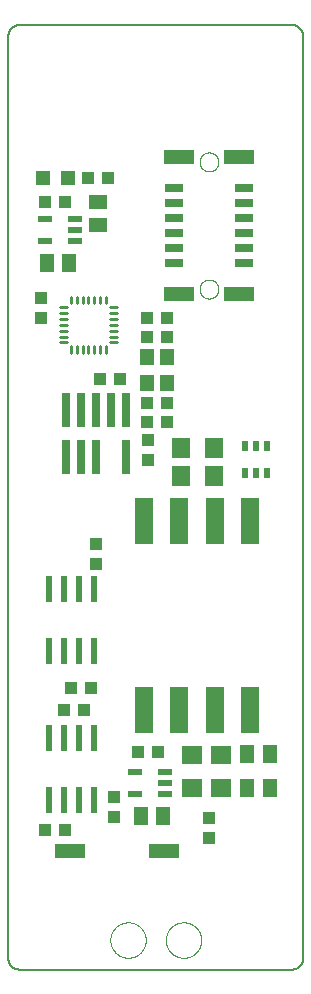
<source format=gtp>
G75*
%MOIN*%
%OFA0B0*%
%FSLAX25Y25*%
%IPPOS*%
%LPD*%
%AMOC8*
5,1,8,0,0,1.08239X$1,22.5*
%
%ADD10C,0.00500*%
%ADD11C,0.00000*%
%ADD12R,0.05906X0.03150*%
%ADD13R,0.09843X0.04724*%
%ADD14C,0.00984*%
%ADD15R,0.04331X0.03937*%
%ADD16R,0.05118X0.05906*%
%ADD17R,0.03937X0.04331*%
%ADD18R,0.04724X0.02165*%
%ADD19R,0.05906X0.05118*%
%ADD20R,0.03150X0.11811*%
%ADD21R,0.04724X0.05512*%
%ADD22R,0.05906X0.15748*%
%ADD23R,0.02362X0.08661*%
%ADD24R,0.07087X0.06299*%
%ADD25R,0.04724X0.05906*%
%ADD26R,0.06299X0.07087*%
%ADD27R,0.02362X0.03543*%
%ADD28R,0.04724X0.04724*%
%ADD29R,0.10000X0.05000*%
D10*
X0005000Y0013705D02*
X0005000Y0320791D01*
X0005002Y0320915D01*
X0005008Y0321038D01*
X0005017Y0321162D01*
X0005031Y0321284D01*
X0005048Y0321407D01*
X0005070Y0321529D01*
X0005095Y0321650D01*
X0005124Y0321770D01*
X0005156Y0321889D01*
X0005193Y0322008D01*
X0005233Y0322125D01*
X0005276Y0322240D01*
X0005324Y0322355D01*
X0005375Y0322467D01*
X0005429Y0322578D01*
X0005487Y0322688D01*
X0005548Y0322795D01*
X0005613Y0322901D01*
X0005681Y0323004D01*
X0005752Y0323105D01*
X0005826Y0323204D01*
X0005903Y0323301D01*
X0005984Y0323395D01*
X0006067Y0323486D01*
X0006153Y0323575D01*
X0006242Y0323661D01*
X0006333Y0323744D01*
X0006427Y0323825D01*
X0006524Y0323902D01*
X0006623Y0323976D01*
X0006724Y0324047D01*
X0006827Y0324115D01*
X0006933Y0324180D01*
X0007040Y0324241D01*
X0007150Y0324299D01*
X0007261Y0324353D01*
X0007373Y0324404D01*
X0007488Y0324452D01*
X0007603Y0324495D01*
X0007720Y0324535D01*
X0007839Y0324572D01*
X0007958Y0324604D01*
X0008078Y0324633D01*
X0008199Y0324658D01*
X0008321Y0324680D01*
X0008444Y0324697D01*
X0008566Y0324711D01*
X0008690Y0324720D01*
X0008813Y0324726D01*
X0008937Y0324728D01*
X0099488Y0324728D01*
X0099612Y0324726D01*
X0099735Y0324720D01*
X0099859Y0324711D01*
X0099981Y0324697D01*
X0100104Y0324680D01*
X0100226Y0324658D01*
X0100347Y0324633D01*
X0100467Y0324604D01*
X0100586Y0324572D01*
X0100705Y0324535D01*
X0100822Y0324495D01*
X0100937Y0324452D01*
X0101052Y0324404D01*
X0101164Y0324353D01*
X0101275Y0324299D01*
X0101385Y0324241D01*
X0101492Y0324180D01*
X0101598Y0324115D01*
X0101701Y0324047D01*
X0101802Y0323976D01*
X0101901Y0323902D01*
X0101998Y0323825D01*
X0102092Y0323744D01*
X0102183Y0323661D01*
X0102272Y0323575D01*
X0102358Y0323486D01*
X0102441Y0323395D01*
X0102522Y0323301D01*
X0102599Y0323204D01*
X0102673Y0323105D01*
X0102744Y0323004D01*
X0102812Y0322901D01*
X0102877Y0322795D01*
X0102938Y0322688D01*
X0102996Y0322578D01*
X0103050Y0322467D01*
X0103101Y0322355D01*
X0103149Y0322240D01*
X0103192Y0322125D01*
X0103232Y0322008D01*
X0103269Y0321889D01*
X0103301Y0321770D01*
X0103330Y0321650D01*
X0103355Y0321529D01*
X0103377Y0321407D01*
X0103394Y0321284D01*
X0103408Y0321162D01*
X0103417Y0321038D01*
X0103423Y0320915D01*
X0103425Y0320791D01*
X0103425Y0013705D01*
X0103423Y0013581D01*
X0103417Y0013458D01*
X0103408Y0013334D01*
X0103394Y0013212D01*
X0103377Y0013089D01*
X0103355Y0012967D01*
X0103330Y0012846D01*
X0103301Y0012726D01*
X0103269Y0012607D01*
X0103232Y0012488D01*
X0103192Y0012371D01*
X0103149Y0012256D01*
X0103101Y0012141D01*
X0103050Y0012029D01*
X0102996Y0011918D01*
X0102938Y0011808D01*
X0102877Y0011701D01*
X0102812Y0011595D01*
X0102744Y0011492D01*
X0102673Y0011391D01*
X0102599Y0011292D01*
X0102522Y0011195D01*
X0102441Y0011101D01*
X0102358Y0011010D01*
X0102272Y0010921D01*
X0102183Y0010835D01*
X0102092Y0010752D01*
X0101998Y0010671D01*
X0101901Y0010594D01*
X0101802Y0010520D01*
X0101701Y0010449D01*
X0101598Y0010381D01*
X0101492Y0010316D01*
X0101385Y0010255D01*
X0101275Y0010197D01*
X0101164Y0010143D01*
X0101052Y0010092D01*
X0100937Y0010044D01*
X0100822Y0010001D01*
X0100705Y0009961D01*
X0100586Y0009924D01*
X0100467Y0009892D01*
X0100347Y0009863D01*
X0100226Y0009838D01*
X0100104Y0009816D01*
X0099981Y0009799D01*
X0099859Y0009785D01*
X0099735Y0009776D01*
X0099612Y0009770D01*
X0099488Y0009768D01*
X0008937Y0009768D01*
X0008813Y0009770D01*
X0008690Y0009776D01*
X0008566Y0009785D01*
X0008444Y0009799D01*
X0008321Y0009816D01*
X0008199Y0009838D01*
X0008078Y0009863D01*
X0007958Y0009892D01*
X0007839Y0009924D01*
X0007720Y0009961D01*
X0007603Y0010001D01*
X0007488Y0010044D01*
X0007373Y0010092D01*
X0007261Y0010143D01*
X0007150Y0010197D01*
X0007040Y0010255D01*
X0006933Y0010316D01*
X0006827Y0010381D01*
X0006724Y0010449D01*
X0006623Y0010520D01*
X0006524Y0010594D01*
X0006427Y0010671D01*
X0006333Y0010752D01*
X0006242Y0010835D01*
X0006153Y0010921D01*
X0006067Y0011010D01*
X0005984Y0011101D01*
X0005903Y0011195D01*
X0005826Y0011292D01*
X0005752Y0011391D01*
X0005681Y0011492D01*
X0005613Y0011595D01*
X0005548Y0011701D01*
X0005487Y0011808D01*
X0005429Y0011918D01*
X0005375Y0012029D01*
X0005324Y0012141D01*
X0005276Y0012256D01*
X0005233Y0012371D01*
X0005193Y0012488D01*
X0005156Y0012607D01*
X0005124Y0012726D01*
X0005095Y0012846D01*
X0005070Y0012967D01*
X0005048Y0013089D01*
X0005031Y0013212D01*
X0005017Y0013334D01*
X0005008Y0013458D01*
X0005002Y0013581D01*
X0005000Y0013705D01*
D11*
X0039055Y0019610D02*
X0039057Y0019763D01*
X0039063Y0019917D01*
X0039073Y0020070D01*
X0039087Y0020222D01*
X0039105Y0020375D01*
X0039127Y0020526D01*
X0039152Y0020677D01*
X0039182Y0020828D01*
X0039216Y0020978D01*
X0039253Y0021126D01*
X0039294Y0021274D01*
X0039339Y0021420D01*
X0039388Y0021566D01*
X0039441Y0021710D01*
X0039497Y0021852D01*
X0039557Y0021993D01*
X0039621Y0022133D01*
X0039688Y0022271D01*
X0039759Y0022407D01*
X0039834Y0022541D01*
X0039911Y0022673D01*
X0039993Y0022803D01*
X0040077Y0022931D01*
X0040165Y0023057D01*
X0040256Y0023180D01*
X0040350Y0023301D01*
X0040448Y0023419D01*
X0040548Y0023535D01*
X0040652Y0023648D01*
X0040758Y0023759D01*
X0040867Y0023867D01*
X0040979Y0023972D01*
X0041093Y0024073D01*
X0041211Y0024172D01*
X0041330Y0024268D01*
X0041452Y0024361D01*
X0041577Y0024450D01*
X0041704Y0024537D01*
X0041833Y0024619D01*
X0041964Y0024699D01*
X0042097Y0024775D01*
X0042232Y0024848D01*
X0042369Y0024917D01*
X0042508Y0024982D01*
X0042648Y0025044D01*
X0042790Y0025102D01*
X0042933Y0025157D01*
X0043078Y0025208D01*
X0043224Y0025255D01*
X0043371Y0025298D01*
X0043519Y0025337D01*
X0043668Y0025373D01*
X0043818Y0025404D01*
X0043969Y0025432D01*
X0044120Y0025456D01*
X0044273Y0025476D01*
X0044425Y0025492D01*
X0044578Y0025504D01*
X0044731Y0025512D01*
X0044884Y0025516D01*
X0045038Y0025516D01*
X0045191Y0025512D01*
X0045344Y0025504D01*
X0045497Y0025492D01*
X0045649Y0025476D01*
X0045802Y0025456D01*
X0045953Y0025432D01*
X0046104Y0025404D01*
X0046254Y0025373D01*
X0046403Y0025337D01*
X0046551Y0025298D01*
X0046698Y0025255D01*
X0046844Y0025208D01*
X0046989Y0025157D01*
X0047132Y0025102D01*
X0047274Y0025044D01*
X0047414Y0024982D01*
X0047553Y0024917D01*
X0047690Y0024848D01*
X0047825Y0024775D01*
X0047958Y0024699D01*
X0048089Y0024619D01*
X0048218Y0024537D01*
X0048345Y0024450D01*
X0048470Y0024361D01*
X0048592Y0024268D01*
X0048711Y0024172D01*
X0048829Y0024073D01*
X0048943Y0023972D01*
X0049055Y0023867D01*
X0049164Y0023759D01*
X0049270Y0023648D01*
X0049374Y0023535D01*
X0049474Y0023419D01*
X0049572Y0023301D01*
X0049666Y0023180D01*
X0049757Y0023057D01*
X0049845Y0022931D01*
X0049929Y0022803D01*
X0050011Y0022673D01*
X0050088Y0022541D01*
X0050163Y0022407D01*
X0050234Y0022271D01*
X0050301Y0022133D01*
X0050365Y0021993D01*
X0050425Y0021852D01*
X0050481Y0021710D01*
X0050534Y0021566D01*
X0050583Y0021420D01*
X0050628Y0021274D01*
X0050669Y0021126D01*
X0050706Y0020978D01*
X0050740Y0020828D01*
X0050770Y0020677D01*
X0050795Y0020526D01*
X0050817Y0020375D01*
X0050835Y0020222D01*
X0050849Y0020070D01*
X0050859Y0019917D01*
X0050865Y0019763D01*
X0050867Y0019610D01*
X0050865Y0019457D01*
X0050859Y0019303D01*
X0050849Y0019150D01*
X0050835Y0018998D01*
X0050817Y0018845D01*
X0050795Y0018694D01*
X0050770Y0018543D01*
X0050740Y0018392D01*
X0050706Y0018242D01*
X0050669Y0018094D01*
X0050628Y0017946D01*
X0050583Y0017800D01*
X0050534Y0017654D01*
X0050481Y0017510D01*
X0050425Y0017368D01*
X0050365Y0017227D01*
X0050301Y0017087D01*
X0050234Y0016949D01*
X0050163Y0016813D01*
X0050088Y0016679D01*
X0050011Y0016547D01*
X0049929Y0016417D01*
X0049845Y0016289D01*
X0049757Y0016163D01*
X0049666Y0016040D01*
X0049572Y0015919D01*
X0049474Y0015801D01*
X0049374Y0015685D01*
X0049270Y0015572D01*
X0049164Y0015461D01*
X0049055Y0015353D01*
X0048943Y0015248D01*
X0048829Y0015147D01*
X0048711Y0015048D01*
X0048592Y0014952D01*
X0048470Y0014859D01*
X0048345Y0014770D01*
X0048218Y0014683D01*
X0048089Y0014601D01*
X0047958Y0014521D01*
X0047825Y0014445D01*
X0047690Y0014372D01*
X0047553Y0014303D01*
X0047414Y0014238D01*
X0047274Y0014176D01*
X0047132Y0014118D01*
X0046989Y0014063D01*
X0046844Y0014012D01*
X0046698Y0013965D01*
X0046551Y0013922D01*
X0046403Y0013883D01*
X0046254Y0013847D01*
X0046104Y0013816D01*
X0045953Y0013788D01*
X0045802Y0013764D01*
X0045649Y0013744D01*
X0045497Y0013728D01*
X0045344Y0013716D01*
X0045191Y0013708D01*
X0045038Y0013704D01*
X0044884Y0013704D01*
X0044731Y0013708D01*
X0044578Y0013716D01*
X0044425Y0013728D01*
X0044273Y0013744D01*
X0044120Y0013764D01*
X0043969Y0013788D01*
X0043818Y0013816D01*
X0043668Y0013847D01*
X0043519Y0013883D01*
X0043371Y0013922D01*
X0043224Y0013965D01*
X0043078Y0014012D01*
X0042933Y0014063D01*
X0042790Y0014118D01*
X0042648Y0014176D01*
X0042508Y0014238D01*
X0042369Y0014303D01*
X0042232Y0014372D01*
X0042097Y0014445D01*
X0041964Y0014521D01*
X0041833Y0014601D01*
X0041704Y0014683D01*
X0041577Y0014770D01*
X0041452Y0014859D01*
X0041330Y0014952D01*
X0041211Y0015048D01*
X0041093Y0015147D01*
X0040979Y0015248D01*
X0040867Y0015353D01*
X0040758Y0015461D01*
X0040652Y0015572D01*
X0040548Y0015685D01*
X0040448Y0015801D01*
X0040350Y0015919D01*
X0040256Y0016040D01*
X0040165Y0016163D01*
X0040077Y0016289D01*
X0039993Y0016417D01*
X0039911Y0016547D01*
X0039834Y0016679D01*
X0039759Y0016813D01*
X0039688Y0016949D01*
X0039621Y0017087D01*
X0039557Y0017227D01*
X0039497Y0017368D01*
X0039441Y0017510D01*
X0039388Y0017654D01*
X0039339Y0017800D01*
X0039294Y0017946D01*
X0039253Y0018094D01*
X0039216Y0018242D01*
X0039182Y0018392D01*
X0039152Y0018543D01*
X0039127Y0018694D01*
X0039105Y0018845D01*
X0039087Y0018998D01*
X0039073Y0019150D01*
X0039063Y0019303D01*
X0039057Y0019457D01*
X0039055Y0019610D01*
X0057559Y0019610D02*
X0057561Y0019763D01*
X0057567Y0019917D01*
X0057577Y0020070D01*
X0057591Y0020222D01*
X0057609Y0020375D01*
X0057631Y0020526D01*
X0057656Y0020677D01*
X0057686Y0020828D01*
X0057720Y0020978D01*
X0057757Y0021126D01*
X0057798Y0021274D01*
X0057843Y0021420D01*
X0057892Y0021566D01*
X0057945Y0021710D01*
X0058001Y0021852D01*
X0058061Y0021993D01*
X0058125Y0022133D01*
X0058192Y0022271D01*
X0058263Y0022407D01*
X0058338Y0022541D01*
X0058415Y0022673D01*
X0058497Y0022803D01*
X0058581Y0022931D01*
X0058669Y0023057D01*
X0058760Y0023180D01*
X0058854Y0023301D01*
X0058952Y0023419D01*
X0059052Y0023535D01*
X0059156Y0023648D01*
X0059262Y0023759D01*
X0059371Y0023867D01*
X0059483Y0023972D01*
X0059597Y0024073D01*
X0059715Y0024172D01*
X0059834Y0024268D01*
X0059956Y0024361D01*
X0060081Y0024450D01*
X0060208Y0024537D01*
X0060337Y0024619D01*
X0060468Y0024699D01*
X0060601Y0024775D01*
X0060736Y0024848D01*
X0060873Y0024917D01*
X0061012Y0024982D01*
X0061152Y0025044D01*
X0061294Y0025102D01*
X0061437Y0025157D01*
X0061582Y0025208D01*
X0061728Y0025255D01*
X0061875Y0025298D01*
X0062023Y0025337D01*
X0062172Y0025373D01*
X0062322Y0025404D01*
X0062473Y0025432D01*
X0062624Y0025456D01*
X0062777Y0025476D01*
X0062929Y0025492D01*
X0063082Y0025504D01*
X0063235Y0025512D01*
X0063388Y0025516D01*
X0063542Y0025516D01*
X0063695Y0025512D01*
X0063848Y0025504D01*
X0064001Y0025492D01*
X0064153Y0025476D01*
X0064306Y0025456D01*
X0064457Y0025432D01*
X0064608Y0025404D01*
X0064758Y0025373D01*
X0064907Y0025337D01*
X0065055Y0025298D01*
X0065202Y0025255D01*
X0065348Y0025208D01*
X0065493Y0025157D01*
X0065636Y0025102D01*
X0065778Y0025044D01*
X0065918Y0024982D01*
X0066057Y0024917D01*
X0066194Y0024848D01*
X0066329Y0024775D01*
X0066462Y0024699D01*
X0066593Y0024619D01*
X0066722Y0024537D01*
X0066849Y0024450D01*
X0066974Y0024361D01*
X0067096Y0024268D01*
X0067215Y0024172D01*
X0067333Y0024073D01*
X0067447Y0023972D01*
X0067559Y0023867D01*
X0067668Y0023759D01*
X0067774Y0023648D01*
X0067878Y0023535D01*
X0067978Y0023419D01*
X0068076Y0023301D01*
X0068170Y0023180D01*
X0068261Y0023057D01*
X0068349Y0022931D01*
X0068433Y0022803D01*
X0068515Y0022673D01*
X0068592Y0022541D01*
X0068667Y0022407D01*
X0068738Y0022271D01*
X0068805Y0022133D01*
X0068869Y0021993D01*
X0068929Y0021852D01*
X0068985Y0021710D01*
X0069038Y0021566D01*
X0069087Y0021420D01*
X0069132Y0021274D01*
X0069173Y0021126D01*
X0069210Y0020978D01*
X0069244Y0020828D01*
X0069274Y0020677D01*
X0069299Y0020526D01*
X0069321Y0020375D01*
X0069339Y0020222D01*
X0069353Y0020070D01*
X0069363Y0019917D01*
X0069369Y0019763D01*
X0069371Y0019610D01*
X0069369Y0019457D01*
X0069363Y0019303D01*
X0069353Y0019150D01*
X0069339Y0018998D01*
X0069321Y0018845D01*
X0069299Y0018694D01*
X0069274Y0018543D01*
X0069244Y0018392D01*
X0069210Y0018242D01*
X0069173Y0018094D01*
X0069132Y0017946D01*
X0069087Y0017800D01*
X0069038Y0017654D01*
X0068985Y0017510D01*
X0068929Y0017368D01*
X0068869Y0017227D01*
X0068805Y0017087D01*
X0068738Y0016949D01*
X0068667Y0016813D01*
X0068592Y0016679D01*
X0068515Y0016547D01*
X0068433Y0016417D01*
X0068349Y0016289D01*
X0068261Y0016163D01*
X0068170Y0016040D01*
X0068076Y0015919D01*
X0067978Y0015801D01*
X0067878Y0015685D01*
X0067774Y0015572D01*
X0067668Y0015461D01*
X0067559Y0015353D01*
X0067447Y0015248D01*
X0067333Y0015147D01*
X0067215Y0015048D01*
X0067096Y0014952D01*
X0066974Y0014859D01*
X0066849Y0014770D01*
X0066722Y0014683D01*
X0066593Y0014601D01*
X0066462Y0014521D01*
X0066329Y0014445D01*
X0066194Y0014372D01*
X0066057Y0014303D01*
X0065918Y0014238D01*
X0065778Y0014176D01*
X0065636Y0014118D01*
X0065493Y0014063D01*
X0065348Y0014012D01*
X0065202Y0013965D01*
X0065055Y0013922D01*
X0064907Y0013883D01*
X0064758Y0013847D01*
X0064608Y0013816D01*
X0064457Y0013788D01*
X0064306Y0013764D01*
X0064153Y0013744D01*
X0064001Y0013728D01*
X0063848Y0013716D01*
X0063695Y0013708D01*
X0063542Y0013704D01*
X0063388Y0013704D01*
X0063235Y0013708D01*
X0063082Y0013716D01*
X0062929Y0013728D01*
X0062777Y0013744D01*
X0062624Y0013764D01*
X0062473Y0013788D01*
X0062322Y0013816D01*
X0062172Y0013847D01*
X0062023Y0013883D01*
X0061875Y0013922D01*
X0061728Y0013965D01*
X0061582Y0014012D01*
X0061437Y0014063D01*
X0061294Y0014118D01*
X0061152Y0014176D01*
X0061012Y0014238D01*
X0060873Y0014303D01*
X0060736Y0014372D01*
X0060601Y0014445D01*
X0060468Y0014521D01*
X0060337Y0014601D01*
X0060208Y0014683D01*
X0060081Y0014770D01*
X0059956Y0014859D01*
X0059834Y0014952D01*
X0059715Y0015048D01*
X0059597Y0015147D01*
X0059483Y0015248D01*
X0059371Y0015353D01*
X0059262Y0015461D01*
X0059156Y0015572D01*
X0059052Y0015685D01*
X0058952Y0015801D01*
X0058854Y0015919D01*
X0058760Y0016040D01*
X0058669Y0016163D01*
X0058581Y0016289D01*
X0058497Y0016417D01*
X0058415Y0016547D01*
X0058338Y0016679D01*
X0058263Y0016813D01*
X0058192Y0016949D01*
X0058125Y0017087D01*
X0058061Y0017227D01*
X0058001Y0017368D01*
X0057945Y0017510D01*
X0057892Y0017654D01*
X0057843Y0017800D01*
X0057798Y0017946D01*
X0057757Y0018094D01*
X0057720Y0018242D01*
X0057686Y0018392D01*
X0057656Y0018543D01*
X0057631Y0018694D01*
X0057609Y0018845D01*
X0057591Y0018998D01*
X0057577Y0019150D01*
X0057567Y0019303D01*
X0057561Y0019457D01*
X0057559Y0019610D01*
X0068779Y0236598D02*
X0068781Y0236710D01*
X0068787Y0236821D01*
X0068797Y0236933D01*
X0068811Y0237044D01*
X0068828Y0237154D01*
X0068850Y0237264D01*
X0068876Y0237373D01*
X0068905Y0237481D01*
X0068938Y0237587D01*
X0068975Y0237693D01*
X0069016Y0237797D01*
X0069061Y0237900D01*
X0069109Y0238001D01*
X0069160Y0238100D01*
X0069215Y0238197D01*
X0069274Y0238292D01*
X0069335Y0238386D01*
X0069400Y0238477D01*
X0069469Y0238565D01*
X0069540Y0238651D01*
X0069614Y0238735D01*
X0069692Y0238815D01*
X0069772Y0238893D01*
X0069855Y0238969D01*
X0069940Y0239041D01*
X0070028Y0239110D01*
X0070118Y0239176D01*
X0070211Y0239238D01*
X0070306Y0239298D01*
X0070403Y0239354D01*
X0070501Y0239406D01*
X0070602Y0239455D01*
X0070704Y0239500D01*
X0070808Y0239542D01*
X0070913Y0239580D01*
X0071020Y0239614D01*
X0071127Y0239644D01*
X0071236Y0239671D01*
X0071345Y0239693D01*
X0071456Y0239712D01*
X0071566Y0239727D01*
X0071678Y0239738D01*
X0071789Y0239745D01*
X0071901Y0239748D01*
X0072013Y0239747D01*
X0072125Y0239742D01*
X0072236Y0239733D01*
X0072347Y0239720D01*
X0072458Y0239703D01*
X0072568Y0239683D01*
X0072677Y0239658D01*
X0072785Y0239630D01*
X0072892Y0239597D01*
X0072998Y0239561D01*
X0073102Y0239521D01*
X0073205Y0239478D01*
X0073307Y0239431D01*
X0073406Y0239380D01*
X0073504Y0239326D01*
X0073600Y0239268D01*
X0073694Y0239207D01*
X0073785Y0239143D01*
X0073874Y0239076D01*
X0073961Y0239005D01*
X0074045Y0238931D01*
X0074127Y0238855D01*
X0074205Y0238775D01*
X0074281Y0238693D01*
X0074354Y0238608D01*
X0074424Y0238521D01*
X0074490Y0238431D01*
X0074554Y0238339D01*
X0074614Y0238245D01*
X0074671Y0238149D01*
X0074724Y0238050D01*
X0074774Y0237950D01*
X0074820Y0237849D01*
X0074863Y0237745D01*
X0074902Y0237640D01*
X0074937Y0237534D01*
X0074968Y0237427D01*
X0074996Y0237318D01*
X0075019Y0237209D01*
X0075039Y0237099D01*
X0075055Y0236988D01*
X0075067Y0236877D01*
X0075075Y0236766D01*
X0075079Y0236654D01*
X0075079Y0236542D01*
X0075075Y0236430D01*
X0075067Y0236319D01*
X0075055Y0236208D01*
X0075039Y0236097D01*
X0075019Y0235987D01*
X0074996Y0235878D01*
X0074968Y0235769D01*
X0074937Y0235662D01*
X0074902Y0235556D01*
X0074863Y0235451D01*
X0074820Y0235347D01*
X0074774Y0235246D01*
X0074724Y0235146D01*
X0074671Y0235047D01*
X0074614Y0234951D01*
X0074554Y0234857D01*
X0074490Y0234765D01*
X0074424Y0234675D01*
X0074354Y0234588D01*
X0074281Y0234503D01*
X0074205Y0234421D01*
X0074127Y0234341D01*
X0074045Y0234265D01*
X0073961Y0234191D01*
X0073874Y0234120D01*
X0073785Y0234053D01*
X0073694Y0233989D01*
X0073600Y0233928D01*
X0073504Y0233870D01*
X0073406Y0233816D01*
X0073307Y0233765D01*
X0073205Y0233718D01*
X0073102Y0233675D01*
X0072998Y0233635D01*
X0072892Y0233599D01*
X0072785Y0233566D01*
X0072677Y0233538D01*
X0072568Y0233513D01*
X0072458Y0233493D01*
X0072347Y0233476D01*
X0072236Y0233463D01*
X0072125Y0233454D01*
X0072013Y0233449D01*
X0071901Y0233448D01*
X0071789Y0233451D01*
X0071678Y0233458D01*
X0071566Y0233469D01*
X0071456Y0233484D01*
X0071345Y0233503D01*
X0071236Y0233525D01*
X0071127Y0233552D01*
X0071020Y0233582D01*
X0070913Y0233616D01*
X0070808Y0233654D01*
X0070704Y0233696D01*
X0070602Y0233741D01*
X0070501Y0233790D01*
X0070403Y0233842D01*
X0070306Y0233898D01*
X0070211Y0233958D01*
X0070118Y0234020D01*
X0070028Y0234086D01*
X0069940Y0234155D01*
X0069855Y0234227D01*
X0069772Y0234303D01*
X0069692Y0234381D01*
X0069614Y0234461D01*
X0069540Y0234545D01*
X0069469Y0234631D01*
X0069400Y0234719D01*
X0069335Y0234810D01*
X0069274Y0234904D01*
X0069215Y0234999D01*
X0069160Y0235096D01*
X0069109Y0235195D01*
X0069061Y0235296D01*
X0069016Y0235399D01*
X0068975Y0235503D01*
X0068938Y0235609D01*
X0068905Y0235715D01*
X0068876Y0235823D01*
X0068850Y0235932D01*
X0068828Y0236042D01*
X0068811Y0236152D01*
X0068797Y0236263D01*
X0068787Y0236375D01*
X0068781Y0236486D01*
X0068779Y0236598D01*
X0068781Y0236710D01*
X0068787Y0236821D01*
X0068797Y0236933D01*
X0068811Y0237044D01*
X0068828Y0237154D01*
X0068850Y0237264D01*
X0068876Y0237373D01*
X0068905Y0237481D01*
X0068938Y0237587D01*
X0068975Y0237693D01*
X0069016Y0237797D01*
X0069061Y0237900D01*
X0069109Y0238001D01*
X0069160Y0238100D01*
X0069215Y0238197D01*
X0069274Y0238292D01*
X0069335Y0238386D01*
X0069400Y0238477D01*
X0069469Y0238565D01*
X0069540Y0238651D01*
X0069614Y0238735D01*
X0069692Y0238815D01*
X0069772Y0238893D01*
X0069855Y0238969D01*
X0069940Y0239041D01*
X0070028Y0239110D01*
X0070118Y0239176D01*
X0070211Y0239238D01*
X0070306Y0239298D01*
X0070403Y0239354D01*
X0070501Y0239406D01*
X0070602Y0239455D01*
X0070704Y0239500D01*
X0070808Y0239542D01*
X0070913Y0239580D01*
X0071020Y0239614D01*
X0071127Y0239644D01*
X0071236Y0239671D01*
X0071345Y0239693D01*
X0071456Y0239712D01*
X0071566Y0239727D01*
X0071678Y0239738D01*
X0071789Y0239745D01*
X0071901Y0239748D01*
X0072013Y0239747D01*
X0072125Y0239742D01*
X0072236Y0239733D01*
X0072347Y0239720D01*
X0072458Y0239703D01*
X0072568Y0239683D01*
X0072677Y0239658D01*
X0072785Y0239630D01*
X0072892Y0239597D01*
X0072998Y0239561D01*
X0073102Y0239521D01*
X0073205Y0239478D01*
X0073307Y0239431D01*
X0073406Y0239380D01*
X0073504Y0239326D01*
X0073600Y0239268D01*
X0073694Y0239207D01*
X0073785Y0239143D01*
X0073874Y0239076D01*
X0073961Y0239005D01*
X0074045Y0238931D01*
X0074127Y0238855D01*
X0074205Y0238775D01*
X0074281Y0238693D01*
X0074354Y0238608D01*
X0074424Y0238521D01*
X0074490Y0238431D01*
X0074554Y0238339D01*
X0074614Y0238245D01*
X0074671Y0238149D01*
X0074724Y0238050D01*
X0074774Y0237950D01*
X0074820Y0237849D01*
X0074863Y0237745D01*
X0074902Y0237640D01*
X0074937Y0237534D01*
X0074968Y0237427D01*
X0074996Y0237318D01*
X0075019Y0237209D01*
X0075039Y0237099D01*
X0075055Y0236988D01*
X0075067Y0236877D01*
X0075075Y0236766D01*
X0075079Y0236654D01*
X0075079Y0236542D01*
X0075075Y0236430D01*
X0075067Y0236319D01*
X0075055Y0236208D01*
X0075039Y0236097D01*
X0075019Y0235987D01*
X0074996Y0235878D01*
X0074968Y0235769D01*
X0074937Y0235662D01*
X0074902Y0235556D01*
X0074863Y0235451D01*
X0074820Y0235347D01*
X0074774Y0235246D01*
X0074724Y0235146D01*
X0074671Y0235047D01*
X0074614Y0234951D01*
X0074554Y0234857D01*
X0074490Y0234765D01*
X0074424Y0234675D01*
X0074354Y0234588D01*
X0074281Y0234503D01*
X0074205Y0234421D01*
X0074127Y0234341D01*
X0074045Y0234265D01*
X0073961Y0234191D01*
X0073874Y0234120D01*
X0073785Y0234053D01*
X0073694Y0233989D01*
X0073600Y0233928D01*
X0073504Y0233870D01*
X0073406Y0233816D01*
X0073307Y0233765D01*
X0073205Y0233718D01*
X0073102Y0233675D01*
X0072998Y0233635D01*
X0072892Y0233599D01*
X0072785Y0233566D01*
X0072677Y0233538D01*
X0072568Y0233513D01*
X0072458Y0233493D01*
X0072347Y0233476D01*
X0072236Y0233463D01*
X0072125Y0233454D01*
X0072013Y0233449D01*
X0071901Y0233448D01*
X0071789Y0233451D01*
X0071678Y0233458D01*
X0071566Y0233469D01*
X0071456Y0233484D01*
X0071345Y0233503D01*
X0071236Y0233525D01*
X0071127Y0233552D01*
X0071020Y0233582D01*
X0070913Y0233616D01*
X0070808Y0233654D01*
X0070704Y0233696D01*
X0070602Y0233741D01*
X0070501Y0233790D01*
X0070403Y0233842D01*
X0070306Y0233898D01*
X0070211Y0233958D01*
X0070118Y0234020D01*
X0070028Y0234086D01*
X0069940Y0234155D01*
X0069855Y0234227D01*
X0069772Y0234303D01*
X0069692Y0234381D01*
X0069614Y0234461D01*
X0069540Y0234545D01*
X0069469Y0234631D01*
X0069400Y0234719D01*
X0069335Y0234810D01*
X0069274Y0234904D01*
X0069215Y0234999D01*
X0069160Y0235096D01*
X0069109Y0235195D01*
X0069061Y0235296D01*
X0069016Y0235399D01*
X0068975Y0235503D01*
X0068938Y0235609D01*
X0068905Y0235715D01*
X0068876Y0235823D01*
X0068850Y0235932D01*
X0068828Y0236042D01*
X0068811Y0236152D01*
X0068797Y0236263D01*
X0068787Y0236375D01*
X0068781Y0236486D01*
X0068779Y0236598D01*
X0068779Y0279000D02*
X0068781Y0279112D01*
X0068787Y0279223D01*
X0068797Y0279335D01*
X0068811Y0279446D01*
X0068828Y0279556D01*
X0068850Y0279666D01*
X0068876Y0279775D01*
X0068905Y0279883D01*
X0068938Y0279989D01*
X0068975Y0280095D01*
X0069016Y0280199D01*
X0069061Y0280302D01*
X0069109Y0280403D01*
X0069160Y0280502D01*
X0069215Y0280599D01*
X0069274Y0280694D01*
X0069335Y0280788D01*
X0069400Y0280879D01*
X0069469Y0280967D01*
X0069540Y0281053D01*
X0069614Y0281137D01*
X0069692Y0281217D01*
X0069772Y0281295D01*
X0069855Y0281371D01*
X0069940Y0281443D01*
X0070028Y0281512D01*
X0070118Y0281578D01*
X0070211Y0281640D01*
X0070306Y0281700D01*
X0070403Y0281756D01*
X0070501Y0281808D01*
X0070602Y0281857D01*
X0070704Y0281902D01*
X0070808Y0281944D01*
X0070913Y0281982D01*
X0071020Y0282016D01*
X0071127Y0282046D01*
X0071236Y0282073D01*
X0071345Y0282095D01*
X0071456Y0282114D01*
X0071566Y0282129D01*
X0071678Y0282140D01*
X0071789Y0282147D01*
X0071901Y0282150D01*
X0072013Y0282149D01*
X0072125Y0282144D01*
X0072236Y0282135D01*
X0072347Y0282122D01*
X0072458Y0282105D01*
X0072568Y0282085D01*
X0072677Y0282060D01*
X0072785Y0282032D01*
X0072892Y0281999D01*
X0072998Y0281963D01*
X0073102Y0281923D01*
X0073205Y0281880D01*
X0073307Y0281833D01*
X0073406Y0281782D01*
X0073504Y0281728D01*
X0073600Y0281670D01*
X0073694Y0281609D01*
X0073785Y0281545D01*
X0073874Y0281478D01*
X0073961Y0281407D01*
X0074045Y0281333D01*
X0074127Y0281257D01*
X0074205Y0281177D01*
X0074281Y0281095D01*
X0074354Y0281010D01*
X0074424Y0280923D01*
X0074490Y0280833D01*
X0074554Y0280741D01*
X0074614Y0280647D01*
X0074671Y0280551D01*
X0074724Y0280452D01*
X0074774Y0280352D01*
X0074820Y0280251D01*
X0074863Y0280147D01*
X0074902Y0280042D01*
X0074937Y0279936D01*
X0074968Y0279829D01*
X0074996Y0279720D01*
X0075019Y0279611D01*
X0075039Y0279501D01*
X0075055Y0279390D01*
X0075067Y0279279D01*
X0075075Y0279168D01*
X0075079Y0279056D01*
X0075079Y0278944D01*
X0075075Y0278832D01*
X0075067Y0278721D01*
X0075055Y0278610D01*
X0075039Y0278499D01*
X0075019Y0278389D01*
X0074996Y0278280D01*
X0074968Y0278171D01*
X0074937Y0278064D01*
X0074902Y0277958D01*
X0074863Y0277853D01*
X0074820Y0277749D01*
X0074774Y0277648D01*
X0074724Y0277548D01*
X0074671Y0277449D01*
X0074614Y0277353D01*
X0074554Y0277259D01*
X0074490Y0277167D01*
X0074424Y0277077D01*
X0074354Y0276990D01*
X0074281Y0276905D01*
X0074205Y0276823D01*
X0074127Y0276743D01*
X0074045Y0276667D01*
X0073961Y0276593D01*
X0073874Y0276522D01*
X0073785Y0276455D01*
X0073694Y0276391D01*
X0073600Y0276330D01*
X0073504Y0276272D01*
X0073406Y0276218D01*
X0073307Y0276167D01*
X0073205Y0276120D01*
X0073102Y0276077D01*
X0072998Y0276037D01*
X0072892Y0276001D01*
X0072785Y0275968D01*
X0072677Y0275940D01*
X0072568Y0275915D01*
X0072458Y0275895D01*
X0072347Y0275878D01*
X0072236Y0275865D01*
X0072125Y0275856D01*
X0072013Y0275851D01*
X0071901Y0275850D01*
X0071789Y0275853D01*
X0071678Y0275860D01*
X0071566Y0275871D01*
X0071456Y0275886D01*
X0071345Y0275905D01*
X0071236Y0275927D01*
X0071127Y0275954D01*
X0071020Y0275984D01*
X0070913Y0276018D01*
X0070808Y0276056D01*
X0070704Y0276098D01*
X0070602Y0276143D01*
X0070501Y0276192D01*
X0070403Y0276244D01*
X0070306Y0276300D01*
X0070211Y0276360D01*
X0070118Y0276422D01*
X0070028Y0276488D01*
X0069940Y0276557D01*
X0069855Y0276629D01*
X0069772Y0276705D01*
X0069692Y0276783D01*
X0069614Y0276863D01*
X0069540Y0276947D01*
X0069469Y0277033D01*
X0069400Y0277121D01*
X0069335Y0277212D01*
X0069274Y0277306D01*
X0069215Y0277401D01*
X0069160Y0277498D01*
X0069109Y0277597D01*
X0069061Y0277698D01*
X0069016Y0277801D01*
X0068975Y0277905D01*
X0068938Y0278011D01*
X0068905Y0278117D01*
X0068876Y0278225D01*
X0068850Y0278334D01*
X0068828Y0278444D01*
X0068811Y0278554D01*
X0068797Y0278665D01*
X0068787Y0278777D01*
X0068781Y0278888D01*
X0068779Y0279000D01*
X0068781Y0279112D01*
X0068787Y0279223D01*
X0068797Y0279335D01*
X0068811Y0279446D01*
X0068828Y0279556D01*
X0068850Y0279666D01*
X0068876Y0279775D01*
X0068905Y0279883D01*
X0068938Y0279989D01*
X0068975Y0280095D01*
X0069016Y0280199D01*
X0069061Y0280302D01*
X0069109Y0280403D01*
X0069160Y0280502D01*
X0069215Y0280599D01*
X0069274Y0280694D01*
X0069335Y0280788D01*
X0069400Y0280879D01*
X0069469Y0280967D01*
X0069540Y0281053D01*
X0069614Y0281137D01*
X0069692Y0281217D01*
X0069772Y0281295D01*
X0069855Y0281371D01*
X0069940Y0281443D01*
X0070028Y0281512D01*
X0070118Y0281578D01*
X0070211Y0281640D01*
X0070306Y0281700D01*
X0070403Y0281756D01*
X0070501Y0281808D01*
X0070602Y0281857D01*
X0070704Y0281902D01*
X0070808Y0281944D01*
X0070913Y0281982D01*
X0071020Y0282016D01*
X0071127Y0282046D01*
X0071236Y0282073D01*
X0071345Y0282095D01*
X0071456Y0282114D01*
X0071566Y0282129D01*
X0071678Y0282140D01*
X0071789Y0282147D01*
X0071901Y0282150D01*
X0072013Y0282149D01*
X0072125Y0282144D01*
X0072236Y0282135D01*
X0072347Y0282122D01*
X0072458Y0282105D01*
X0072568Y0282085D01*
X0072677Y0282060D01*
X0072785Y0282032D01*
X0072892Y0281999D01*
X0072998Y0281963D01*
X0073102Y0281923D01*
X0073205Y0281880D01*
X0073307Y0281833D01*
X0073406Y0281782D01*
X0073504Y0281728D01*
X0073600Y0281670D01*
X0073694Y0281609D01*
X0073785Y0281545D01*
X0073874Y0281478D01*
X0073961Y0281407D01*
X0074045Y0281333D01*
X0074127Y0281257D01*
X0074205Y0281177D01*
X0074281Y0281095D01*
X0074354Y0281010D01*
X0074424Y0280923D01*
X0074490Y0280833D01*
X0074554Y0280741D01*
X0074614Y0280647D01*
X0074671Y0280551D01*
X0074724Y0280452D01*
X0074774Y0280352D01*
X0074820Y0280251D01*
X0074863Y0280147D01*
X0074902Y0280042D01*
X0074937Y0279936D01*
X0074968Y0279829D01*
X0074996Y0279720D01*
X0075019Y0279611D01*
X0075039Y0279501D01*
X0075055Y0279390D01*
X0075067Y0279279D01*
X0075075Y0279168D01*
X0075079Y0279056D01*
X0075079Y0278944D01*
X0075075Y0278832D01*
X0075067Y0278721D01*
X0075055Y0278610D01*
X0075039Y0278499D01*
X0075019Y0278389D01*
X0074996Y0278280D01*
X0074968Y0278171D01*
X0074937Y0278064D01*
X0074902Y0277958D01*
X0074863Y0277853D01*
X0074820Y0277749D01*
X0074774Y0277648D01*
X0074724Y0277548D01*
X0074671Y0277449D01*
X0074614Y0277353D01*
X0074554Y0277259D01*
X0074490Y0277167D01*
X0074424Y0277077D01*
X0074354Y0276990D01*
X0074281Y0276905D01*
X0074205Y0276823D01*
X0074127Y0276743D01*
X0074045Y0276667D01*
X0073961Y0276593D01*
X0073874Y0276522D01*
X0073785Y0276455D01*
X0073694Y0276391D01*
X0073600Y0276330D01*
X0073504Y0276272D01*
X0073406Y0276218D01*
X0073307Y0276167D01*
X0073205Y0276120D01*
X0073102Y0276077D01*
X0072998Y0276037D01*
X0072892Y0276001D01*
X0072785Y0275968D01*
X0072677Y0275940D01*
X0072568Y0275915D01*
X0072458Y0275895D01*
X0072347Y0275878D01*
X0072236Y0275865D01*
X0072125Y0275856D01*
X0072013Y0275851D01*
X0071901Y0275850D01*
X0071789Y0275853D01*
X0071678Y0275860D01*
X0071566Y0275871D01*
X0071456Y0275886D01*
X0071345Y0275905D01*
X0071236Y0275927D01*
X0071127Y0275954D01*
X0071020Y0275984D01*
X0070913Y0276018D01*
X0070808Y0276056D01*
X0070704Y0276098D01*
X0070602Y0276143D01*
X0070501Y0276192D01*
X0070403Y0276244D01*
X0070306Y0276300D01*
X0070211Y0276360D01*
X0070118Y0276422D01*
X0070028Y0276488D01*
X0069940Y0276557D01*
X0069855Y0276629D01*
X0069772Y0276705D01*
X0069692Y0276783D01*
X0069614Y0276863D01*
X0069540Y0276947D01*
X0069469Y0277033D01*
X0069400Y0277121D01*
X0069335Y0277212D01*
X0069274Y0277306D01*
X0069215Y0277401D01*
X0069160Y0277498D01*
X0069109Y0277597D01*
X0069061Y0277698D01*
X0069016Y0277801D01*
X0068975Y0277905D01*
X0068938Y0278011D01*
X0068905Y0278117D01*
X0068876Y0278225D01*
X0068850Y0278334D01*
X0068828Y0278444D01*
X0068811Y0278554D01*
X0068797Y0278665D01*
X0068787Y0278777D01*
X0068781Y0278888D01*
X0068779Y0279000D01*
D12*
X0060315Y0270260D03*
X0060315Y0265260D03*
X0060315Y0260260D03*
X0060315Y0255260D03*
X0060315Y0250260D03*
X0060315Y0245260D03*
X0083543Y0245260D03*
X0083543Y0250260D03*
X0083543Y0255260D03*
X0083543Y0260260D03*
X0083543Y0265260D03*
X0083543Y0270260D03*
D13*
X0081969Y0280634D03*
X0081969Y0234965D03*
X0061890Y0234965D03*
X0061890Y0280634D03*
D14*
X0041122Y0230634D02*
X0038956Y0230634D01*
X0038956Y0228665D02*
X0041122Y0228665D01*
X0041122Y0226697D02*
X0038956Y0226697D01*
X0038956Y0224728D02*
X0041122Y0224728D01*
X0041122Y0222760D02*
X0038956Y0222760D01*
X0038956Y0220791D02*
X0041122Y0220791D01*
X0041122Y0218823D02*
X0038956Y0218823D01*
X0037677Y0217544D02*
X0037677Y0215378D01*
X0035709Y0215378D02*
X0035709Y0217544D01*
X0033740Y0217544D02*
X0033740Y0215378D01*
X0031772Y0215378D02*
X0031772Y0217544D01*
X0029803Y0217544D02*
X0029803Y0215378D01*
X0027835Y0215378D02*
X0027835Y0217544D01*
X0025866Y0217544D02*
X0025866Y0215378D01*
X0024587Y0218823D02*
X0022421Y0218823D01*
X0022421Y0220791D02*
X0024587Y0220791D01*
X0024587Y0222760D02*
X0022421Y0222760D01*
X0022421Y0224728D02*
X0024587Y0224728D01*
X0024587Y0226697D02*
X0022421Y0226697D01*
X0022421Y0228665D02*
X0024587Y0228665D01*
X0024587Y0230634D02*
X0022421Y0230634D01*
X0025866Y0231913D02*
X0025866Y0234079D01*
X0027835Y0234079D02*
X0027835Y0231913D01*
X0029803Y0231913D02*
X0029803Y0234079D01*
X0031772Y0234079D02*
X0031772Y0231913D01*
X0033740Y0231913D02*
X0033740Y0234079D01*
X0035709Y0234079D02*
X0035709Y0231913D01*
X0037677Y0231913D02*
X0037677Y0234079D01*
D15*
X0051260Y0227091D03*
X0051260Y0220791D03*
X0057953Y0220791D03*
X0057953Y0227091D03*
X0057953Y0198744D03*
X0057953Y0192445D03*
X0051260Y0192445D03*
X0051457Y0186343D03*
X0051457Y0179650D03*
X0051260Y0198744D03*
X0024094Y0265673D03*
X0017402Y0265673D03*
X0026063Y0103469D03*
X0023701Y0096382D03*
X0030394Y0096382D03*
X0032756Y0103469D03*
X0040433Y0067445D03*
X0040433Y0060752D03*
X0048110Y0082209D03*
X0054803Y0082209D03*
D16*
X0056772Y0060949D03*
X0049291Y0060949D03*
X0025276Y0245201D03*
X0017795Y0245201D03*
D17*
X0016024Y0233587D03*
X0016024Y0226894D03*
X0031575Y0273547D03*
X0038268Y0273547D03*
X0035512Y0206618D03*
X0042205Y0206618D03*
X0034134Y0151697D03*
X0034134Y0145004D03*
X0024094Y0056224D03*
X0017402Y0056224D03*
X0071929Y0053665D03*
X0071929Y0060358D03*
D18*
X0057362Y0068232D03*
X0057362Y0071972D03*
X0057362Y0075713D03*
X0047126Y0075713D03*
X0047126Y0068232D03*
X0027441Y0252484D03*
X0027441Y0256224D03*
X0027441Y0259965D03*
X0017205Y0259965D03*
X0017205Y0252484D03*
D19*
X0034921Y0257996D03*
X0034921Y0265476D03*
D20*
X0034134Y0196382D03*
X0029134Y0196382D03*
X0024134Y0196382D03*
X0024134Y0180634D03*
X0029134Y0180634D03*
X0034134Y0180634D03*
X0039134Y0196382D03*
X0044134Y0196382D03*
X0044134Y0180634D03*
D21*
X0051260Y0205437D03*
X0051260Y0214098D03*
X0057953Y0214098D03*
X0057953Y0205437D03*
D22*
X0062087Y0159374D03*
X0073898Y0159374D03*
X0085709Y0159374D03*
X0085709Y0096382D03*
X0073898Y0096382D03*
X0062087Y0096382D03*
X0050276Y0096382D03*
X0050276Y0159374D03*
D23*
X0033760Y0136539D03*
X0028760Y0136539D03*
X0023760Y0136539D03*
X0018760Y0136539D03*
X0018760Y0116067D03*
X0023760Y0116067D03*
X0028760Y0116067D03*
X0033760Y0116067D03*
X0033760Y0086933D03*
X0028760Y0086933D03*
X0023760Y0086933D03*
X0018760Y0086933D03*
X0018760Y0066461D03*
X0023760Y0066461D03*
X0028760Y0066461D03*
X0033760Y0066461D03*
D24*
X0066417Y0070398D03*
X0066417Y0081421D03*
X0075866Y0081421D03*
X0075866Y0070398D03*
D25*
X0084528Y0070201D03*
X0084528Y0081618D03*
X0092402Y0081618D03*
X0092402Y0070201D03*
D26*
X0073504Y0174335D03*
X0073504Y0183783D03*
X0062480Y0183783D03*
X0062480Y0174335D03*
D27*
X0083937Y0175319D03*
X0083937Y0184374D03*
X0087677Y0184374D03*
X0087677Y0175319D03*
X0091417Y0175319D03*
X0091417Y0184374D03*
D28*
X0024882Y0273547D03*
X0016614Y0273547D03*
D29*
X0025472Y0049138D03*
X0056969Y0049138D03*
M02*

</source>
